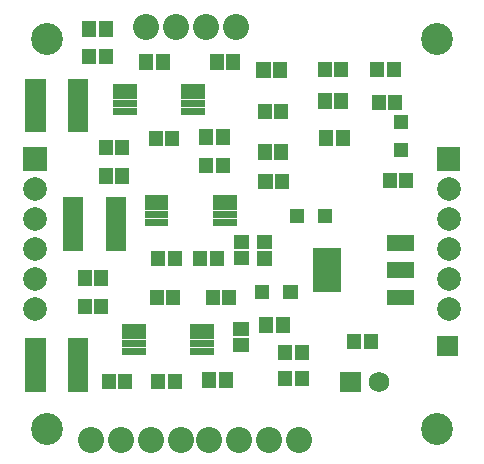
<source format=gts>
G04 Layer: TopSolderMaskLayer*
G04 EasyEDA v6.3.22, 2020-01-22T11:07:26+01:00*
G04 dbe5752f4b9e44bf826be982e50114fc,6ac03ef627a24f5ab7c901ca926ad83b,10*
G04 Gerber Generator version 0.2*
G04 Scale: 100 percent, Rotated: No, Reflected: No *
G04 Dimensions in millimeters *
G04 leading zeros omitted , absolute positions ,3 integer and 3 decimal *
%FSLAX33Y33*%
%MOMM*%
G90*
G71D02*

%ADD37C,2.703195*%
%ADD38C,1.727200*%
%ADD45C,2.003196*%
%ADD47C,2.203196*%

%LPD*%
G36*
G01X35537Y8637D02*
G01X35537Y10364D01*
G01X37264Y10364D01*
G01X37264Y8637D01*
G01X35537Y8637D01*
G37*
G54D37*
G01X2500Y2499D03*
G01X35500Y2499D03*
G01X35500Y35499D03*
G01X2500Y35499D03*
G54D38*
G01X30589Y6430D03*
G36*
G01X27335Y5617D02*
G01X27335Y7344D01*
G01X29062Y7344D01*
G01X29062Y5617D01*
G01X27335Y5617D01*
G37*
G36*
G01X8089Y31040D02*
G01X8089Y31650D01*
G01X10096Y31650D01*
G01X10096Y31040D01*
G01X8089Y31040D01*
G37*
G36*
G01X8089Y30380D02*
G01X8089Y30989D01*
G01X10096Y30989D01*
G01X10096Y30380D01*
G01X8089Y30380D01*
G37*
G36*
G01X8089Y29745D02*
G01X8089Y30354D01*
G01X10096Y30354D01*
G01X10096Y29745D01*
G01X8089Y29745D01*
G37*
G36*
G01X8089Y29084D02*
G01X8089Y29694D01*
G01X10096Y29694D01*
G01X10096Y29084D01*
G01X8089Y29084D01*
G37*
G36*
G01X13881Y29084D02*
G01X13881Y29694D01*
G01X15887Y29694D01*
G01X15887Y29084D01*
G01X13881Y29084D01*
G37*
G36*
G01X13881Y29745D02*
G01X13881Y30354D01*
G01X15887Y30354D01*
G01X15887Y29745D01*
G01X13881Y29745D01*
G37*
G36*
G01X13881Y30380D02*
G01X13881Y30989D01*
G01X15887Y30989D01*
G01X15887Y30380D01*
G01X13881Y30380D01*
G37*
G36*
G01X13881Y31040D02*
G01X13881Y31650D01*
G01X15887Y31650D01*
G01X15887Y31040D01*
G01X13881Y31040D01*
G37*
G36*
G01X5468Y35708D02*
G01X5468Y37011D01*
G01X6672Y37011D01*
G01X6672Y35708D01*
G01X5468Y35708D01*
G37*
G36*
G01X6868Y35708D02*
G01X6868Y37011D01*
G01X8072Y37011D01*
G01X8072Y35708D01*
G01X6868Y35708D01*
G37*
G36*
G01X29852Y32267D02*
G01X29852Y33572D01*
G01X31054Y33572D01*
G01X31054Y32267D01*
G01X29852Y32267D01*
G37*
G36*
G01X31252Y32267D02*
G01X31252Y33572D01*
G01X32453Y33572D01*
G01X32453Y32267D01*
G01X31252Y32267D01*
G37*
G36*
G01X25407Y29600D02*
G01X25407Y30905D01*
G01X26609Y30905D01*
G01X26609Y29600D01*
G01X25407Y29600D01*
G37*
G36*
G01X26807Y29600D02*
G01X26807Y30905D01*
G01X28008Y30905D01*
G01X28008Y29600D01*
G01X26807Y29600D01*
G37*
G36*
G01X8851Y10720D02*
G01X8851Y11330D01*
G01X10858Y11330D01*
G01X10858Y10720D01*
G01X8851Y10720D01*
G37*
G36*
G01X8851Y10060D02*
G01X8851Y10669D01*
G01X10858Y10669D01*
G01X10858Y10060D01*
G01X8851Y10060D01*
G37*
G36*
G01X8851Y9425D02*
G01X8851Y10034D01*
G01X10858Y10034D01*
G01X10858Y9425D01*
G01X8851Y9425D01*
G37*
G36*
G01X8851Y8764D02*
G01X8851Y9374D01*
G01X10858Y9374D01*
G01X10858Y8764D01*
G01X8851Y8764D01*
G37*
G36*
G01X14643Y8764D02*
G01X14643Y9374D01*
G01X16649Y9374D01*
G01X16649Y8764D01*
G01X14643Y8764D01*
G37*
G36*
G01X14643Y9425D02*
G01X14643Y10034D01*
G01X16649Y10034D01*
G01X16649Y9425D01*
G01X14643Y9425D01*
G37*
G36*
G01X14643Y10060D02*
G01X14643Y10669D01*
G01X16649Y10669D01*
G01X16649Y10060D01*
G01X14643Y10060D01*
G37*
G36*
G01X14643Y10720D02*
G01X14643Y11330D01*
G01X16649Y11330D01*
G01X16649Y10720D01*
G01X14643Y10720D01*
G37*
G36*
G01X5087Y14614D02*
G01X5087Y15919D01*
G01X6289Y15919D01*
G01X6289Y14614D01*
G01X5087Y14614D01*
G37*
G36*
G01X6487Y14614D02*
G01X6487Y15919D01*
G01X7688Y15919D01*
G01X7688Y14614D01*
G01X6487Y14614D01*
G37*
G36*
G01X22077Y6097D02*
G01X22077Y7400D01*
G01X23281Y7400D01*
G01X23281Y6097D01*
G01X22077Y6097D01*
G37*
G36*
G01X23477Y6097D02*
G01X23477Y7400D01*
G01X24681Y7400D01*
G01X24681Y6097D01*
G01X23477Y6097D01*
G37*
G36*
G01X15628Y5978D02*
G01X15628Y7283D01*
G01X16830Y7283D01*
G01X16830Y5978D01*
G01X15628Y5978D01*
G37*
G36*
G01X17028Y5978D02*
G01X17028Y7283D01*
G01X18229Y7283D01*
G01X18229Y5978D01*
G01X17028Y5978D01*
G37*
G36*
G01X10756Y21642D02*
G01X10756Y22252D01*
G01X12763Y22252D01*
G01X12763Y21642D01*
G01X10756Y21642D01*
G37*
G36*
G01X10756Y20982D02*
G01X10756Y21591D01*
G01X12763Y21591D01*
G01X12763Y20982D01*
G01X10756Y20982D01*
G37*
G36*
G01X10756Y20347D02*
G01X10756Y20956D01*
G01X12763Y20956D01*
G01X12763Y20347D01*
G01X10756Y20347D01*
G37*
G36*
G01X10756Y19686D02*
G01X10756Y20296D01*
G01X12763Y20296D01*
G01X12763Y19686D01*
G01X10756Y19686D01*
G37*
G36*
G01X16548Y19686D02*
G01X16548Y20296D01*
G01X18554Y20296D01*
G01X18554Y19686D01*
G01X16548Y19686D01*
G37*
G36*
G01X16548Y20347D02*
G01X16548Y20956D01*
G01X18554Y20956D01*
G01X18554Y20347D01*
G01X16548Y20347D01*
G37*
G36*
G01X16548Y20982D02*
G01X16548Y21591D01*
G01X18554Y21591D01*
G01X18554Y20982D01*
G01X16548Y20982D01*
G37*
G36*
G01X16548Y21642D02*
G01X16548Y22252D01*
G01X18554Y22252D01*
G01X18554Y21642D01*
G01X16548Y21642D01*
G37*
G36*
G01X6865Y25663D02*
G01X6865Y26968D01*
G01X8067Y26968D01*
G01X8067Y25663D01*
G01X6865Y25663D01*
G37*
G36*
G01X8265Y25663D02*
G01X8265Y26968D01*
G01X9466Y26968D01*
G01X9466Y25663D01*
G01X8265Y25663D01*
G37*
G36*
G01X25547Y26478D02*
G01X25547Y27781D01*
G01X26751Y27781D01*
G01X26751Y26478D01*
G01X25547Y26478D01*
G37*
G36*
G01X26949Y26478D02*
G01X26949Y27781D01*
G01X28150Y27781D01*
G01X28150Y26478D01*
G01X26949Y26478D01*
G37*
G36*
G01X18318Y16328D02*
G01X18318Y17532D01*
G01X19621Y17532D01*
G01X19621Y16328D01*
G01X18318Y16328D01*
G37*
G36*
G01X18318Y17728D02*
G01X18318Y18932D01*
G01X19621Y18932D01*
G01X19621Y17728D01*
G01X18318Y17728D01*
G37*
G36*
G01X5468Y33369D02*
G01X5468Y34672D01*
G01X6672Y34672D01*
G01X6672Y33369D01*
G01X5468Y33369D01*
G37*
G36*
G01X6868Y33369D02*
G01X6868Y34672D01*
G01X8072Y34672D01*
G01X8072Y33369D01*
G01X6868Y33369D01*
G37*
G36*
G01X10294Y32902D02*
G01X10294Y34207D01*
G01X11496Y34207D01*
G01X11496Y32902D01*
G01X10294Y32902D01*
G37*
G36*
G01X11694Y32902D02*
G01X11694Y34207D01*
G01X12895Y34207D01*
G01X12895Y32902D01*
G01X11694Y32902D01*
G37*
G36*
G01X29979Y29473D02*
G01X29979Y30778D01*
G01X31181Y30778D01*
G01X31181Y29473D01*
G01X29979Y29473D01*
G37*
G36*
G01X31379Y29473D02*
G01X31379Y30778D01*
G01X32580Y30778D01*
G01X32580Y29473D01*
G01X31379Y29473D01*
G37*
G36*
G01X12506Y26425D02*
G01X12506Y27730D01*
G01X13708Y27730D01*
G01X13708Y26425D01*
G01X12506Y26425D01*
G37*
G36*
G01X11107Y26425D02*
G01X11107Y27730D01*
G01X12308Y27730D01*
G01X12308Y26425D01*
G01X11107Y26425D01*
G37*
G36*
G01X7119Y5851D02*
G01X7119Y7156D01*
G01X8321Y7156D01*
G01X8321Y5851D01*
G01X7119Y5851D01*
G37*
G36*
G01X8519Y5851D02*
G01X8519Y7156D01*
G01X9720Y7156D01*
G01X9720Y5851D01*
G01X8519Y5851D01*
G37*
G36*
G01X22077Y8279D02*
G01X22077Y9582D01*
G01X23281Y9582D01*
G01X23281Y8279D01*
G01X22077Y8279D01*
G37*
G36*
G01X23477Y8279D02*
G01X23477Y9582D01*
G01X24681Y9582D01*
G01X24681Y8279D01*
G01X23477Y8279D01*
G37*
G36*
G01X15374Y24139D02*
G01X15374Y25444D01*
G01X16576Y25444D01*
G01X16576Y24139D01*
G01X15374Y24139D01*
G37*
G36*
G01X16774Y24139D02*
G01X16774Y25444D01*
G01X17975Y25444D01*
G01X17975Y24139D01*
G01X16774Y24139D01*
G37*
G36*
G01X5087Y12201D02*
G01X5087Y13506D01*
G01X6289Y13506D01*
G01X6289Y12201D01*
G01X5087Y12201D01*
G37*
G36*
G01X6487Y12201D02*
G01X6487Y13506D01*
G01X7688Y13506D01*
G01X7688Y12201D01*
G01X6487Y12201D01*
G37*
G36*
G01X6865Y23250D02*
G01X6865Y24555D01*
G01X8067Y24555D01*
G01X8067Y23250D01*
G01X6865Y23250D01*
G37*
G36*
G01X8265Y23250D02*
G01X8265Y24555D01*
G01X9466Y24555D01*
G01X9466Y23250D01*
G01X8265Y23250D01*
G37*
G36*
G01X11183Y12963D02*
G01X11183Y14268D01*
G01X12385Y14268D01*
G01X12385Y12963D01*
G01X11183Y12963D01*
G37*
G36*
G01X12583Y12963D02*
G01X12583Y14268D01*
G01X13784Y14268D01*
G01X13784Y12963D01*
G01X12583Y12963D01*
G37*
G36*
G01X20327Y28711D02*
G01X20327Y30016D01*
G01X21529Y30016D01*
G01X21529Y28711D01*
G01X20327Y28711D01*
G37*
G36*
G01X21727Y28711D02*
G01X21727Y30016D01*
G01X22928Y30016D01*
G01X22928Y28711D01*
G01X21727Y28711D01*
G37*
G36*
G01X11310Y16265D02*
G01X11310Y17570D01*
G01X12512Y17570D01*
G01X12512Y16265D01*
G01X11310Y16265D01*
G37*
G36*
G01X12710Y16265D02*
G01X12710Y17570D01*
G01X13911Y17570D01*
G01X13911Y16265D01*
G01X12710Y16265D01*
G37*
G36*
G01X673Y5648D02*
G01X673Y10151D01*
G01X2377Y10151D01*
G01X2377Y5648D01*
G01X673Y5648D01*
G37*
G36*
G01X4279Y5648D02*
G01X4279Y10151D01*
G01X5984Y10151D01*
G01X5984Y5648D01*
G01X4279Y5648D01*
G37*
G36*
G01X3848Y17586D02*
G01X3848Y22089D01*
G01X5552Y22089D01*
G01X5552Y17586D01*
G01X3848Y17586D01*
G37*
G36*
G01X7454Y17586D02*
G01X7454Y22089D01*
G01X9159Y22089D01*
G01X9159Y17586D01*
G01X7454Y17586D01*
G37*
G36*
G01X673Y27619D02*
G01X673Y32122D01*
G01X2377Y32122D01*
G01X2377Y27619D01*
G01X673Y27619D01*
G37*
G36*
G01X4279Y27619D02*
G01X4279Y32122D01*
G01X5984Y32122D01*
G01X5984Y27619D01*
G01X4279Y27619D01*
G37*
G36*
G01X31244Y12986D02*
G01X31244Y14281D01*
G01X33606Y14281D01*
G01X33606Y12986D01*
G01X31244Y12986D01*
G37*
G36*
G01X31244Y15297D02*
G01X31244Y16592D01*
G01X33606Y16592D01*
G01X33606Y15297D01*
G01X31244Y15297D01*
G37*
G36*
G01X31244Y17583D02*
G01X31244Y18878D01*
G01X33606Y18878D01*
G01X33606Y17583D01*
G01X31244Y17583D01*
G37*
G36*
G01X25046Y14090D02*
G01X25046Y17799D01*
G01X27409Y17799D01*
G01X27409Y14090D01*
G01X25046Y14090D01*
G37*
G36*
G01X29319Y9247D02*
G01X29319Y10552D01*
G01X30520Y10552D01*
G01X30520Y9247D01*
G01X29319Y9247D01*
G37*
G36*
G01X27917Y9247D02*
G01X27917Y10552D01*
G01X29121Y10552D01*
G01X29121Y9247D01*
G01X27917Y9247D01*
G37*
G36*
G01X32318Y22869D02*
G01X32318Y24174D01*
G01X33520Y24174D01*
G01X33520Y22869D01*
G01X32318Y22869D01*
G37*
G36*
G01X30919Y22869D02*
G01X30919Y24174D01*
G01X32120Y24174D01*
G01X32120Y22869D01*
G01X30919Y22869D01*
G37*
G36*
G01X15374Y26552D02*
G01X15374Y27857D01*
G01X16576Y27857D01*
G01X16576Y26552D01*
G01X15374Y26552D01*
G37*
G36*
G01X16774Y26552D02*
G01X16774Y27857D01*
G01X17975Y27857D01*
G01X17975Y26552D01*
G01X16774Y26552D01*
G37*
G36*
G01X11310Y5851D02*
G01X11310Y7156D01*
G01X12512Y7156D01*
G01X12512Y5851D01*
G01X11310Y5851D01*
G37*
G36*
G01X12710Y5851D02*
G01X12710Y7156D01*
G01X13911Y7156D01*
G01X13911Y5851D01*
G01X12710Y5851D01*
G37*
G36*
G01X14869Y16277D02*
G01X14869Y17580D01*
G01X16070Y17580D01*
G01X16070Y16277D01*
G01X14869Y16277D01*
G37*
G36*
G01X16268Y16277D02*
G01X16268Y17580D01*
G01X17472Y17580D01*
G01X17472Y16277D01*
G01X16268Y16277D01*
G37*
G36*
G01X20327Y25282D02*
G01X20327Y26587D01*
G01X21529Y26587D01*
G01X21529Y25282D01*
G01X20327Y25282D01*
G37*
G36*
G01X21727Y25282D02*
G01X21727Y26587D01*
G01X22928Y26587D01*
G01X22928Y25282D01*
G01X21727Y25282D01*
G37*
G36*
G01X18270Y10374D02*
G01X18270Y11576D01*
G01X19575Y11576D01*
G01X19575Y10374D01*
G01X18270Y10374D01*
G37*
G36*
G01X18270Y8975D02*
G01X18270Y10176D01*
G01X19575Y10176D01*
G01X19575Y8975D01*
G01X18270Y8975D01*
G37*
G36*
G01X20218Y32218D02*
G01X20218Y33521D01*
G01X21422Y33521D01*
G01X21422Y32218D01*
G01X20218Y32218D01*
G37*
G36*
G01X21617Y32218D02*
G01X21617Y33521D01*
G01X22821Y33521D01*
G01X22821Y32218D01*
G01X21617Y32218D01*
G37*
G36*
G01X17332Y12963D02*
G01X17332Y14268D01*
G01X18534Y14268D01*
G01X18534Y12963D01*
G01X17332Y12963D01*
G37*
G36*
G01X15933Y12963D02*
G01X15933Y14268D01*
G01X17134Y14268D01*
G01X17134Y12963D01*
G01X15933Y12963D01*
G37*
G36*
G01X20447Y10639D02*
G01X20447Y11942D01*
G01X21650Y11942D01*
G01X21650Y10639D01*
G01X20447Y10639D01*
G37*
G36*
G01X21849Y10639D02*
G01X21849Y11942D01*
G01X23050Y11942D01*
G01X23050Y10639D01*
G01X21849Y10639D01*
G37*
G36*
G01X16263Y32902D02*
G01X16263Y34207D01*
G01X17465Y34207D01*
G01X17465Y32902D01*
G01X16263Y32902D01*
G37*
G36*
G01X17663Y32902D02*
G01X17663Y34207D01*
G01X18864Y34207D01*
G01X18864Y32902D01*
G01X17663Y32902D01*
G37*
G36*
G01X25407Y32267D02*
G01X25407Y33572D01*
G01X26609Y33572D01*
G01X26609Y32267D01*
G01X25407Y32267D01*
G37*
G36*
G01X26807Y32267D02*
G01X26807Y33572D01*
G01X28008Y33572D01*
G01X28008Y32267D01*
G01X26807Y32267D01*
G37*
G36*
G01X20388Y22767D02*
G01X20388Y24070D01*
G01X21592Y24070D01*
G01X21592Y22767D01*
G01X20388Y22767D01*
G37*
G36*
G01X21788Y22767D02*
G01X21788Y24070D01*
G01X22992Y24070D01*
G01X22992Y22767D01*
G01X21788Y22767D01*
G37*
G36*
G01X20238Y17707D02*
G01X20238Y18911D01*
G01X21541Y18911D01*
G01X21541Y17707D01*
G01X20238Y17707D01*
G37*
G36*
G01X20238Y16308D02*
G01X20238Y17512D01*
G01X21541Y17512D01*
G01X21541Y16308D01*
G01X20238Y16308D01*
G37*
G54D45*
G01X1500Y12650D03*
G01X1500Y15190D03*
G01X1500Y17730D03*
G01X1500Y20270D03*
G01X1500Y22810D03*
G36*
G01X497Y24347D02*
G01X497Y26351D01*
G01X2501Y26351D01*
G01X2501Y24347D01*
G01X497Y24347D01*
G37*
G01X36500Y12650D03*
G01X36500Y15190D03*
G01X36500Y17730D03*
G01X36500Y20270D03*
G01X36500Y22810D03*
G36*
G01X35499Y24347D02*
G01X35499Y26351D01*
G01X37500Y26351D01*
G01X37500Y24347D01*
G01X35499Y24347D01*
G37*
G54D47*
G01X16256Y1551D03*
G01X18796Y1551D03*
G01X21336Y1551D03*
G01X23876Y1551D03*
G01X6223Y1551D03*
G01X8763Y1551D03*
G01X11303Y1551D03*
G01X13843Y1551D03*
G01X18542Y36476D03*
G01X16002Y36476D03*
G01X13462Y36476D03*
G01X10922Y36476D03*
G36*
G01X31859Y27898D02*
G01X31859Y29102D01*
G01X33060Y29102D01*
G01X33060Y27898D01*
G01X31859Y27898D01*
G37*
G36*
G01X31859Y25498D02*
G01X31859Y26702D01*
G01X33060Y26702D01*
G01X33060Y25498D01*
G01X31859Y25498D01*
G37*
G36*
G01X23047Y19879D02*
G01X23047Y21081D01*
G01X24251Y21081D01*
G01X24251Y19879D01*
G01X23047Y19879D01*
G37*
G36*
G01X25448Y19879D02*
G01X25448Y21081D01*
G01X26652Y21081D01*
G01X26652Y19879D01*
G01X25448Y19879D01*
G37*
G36*
G01X20109Y13489D02*
G01X20109Y14690D01*
G01X21310Y14690D01*
G01X21310Y13489D01*
G01X20109Y13489D01*
G37*
G36*
G01X22509Y13489D02*
G01X22509Y14690D01*
G01X23710Y14690D01*
G01X23710Y13489D01*
G01X22509Y13489D01*
G37*
M00*
M02*

</source>
